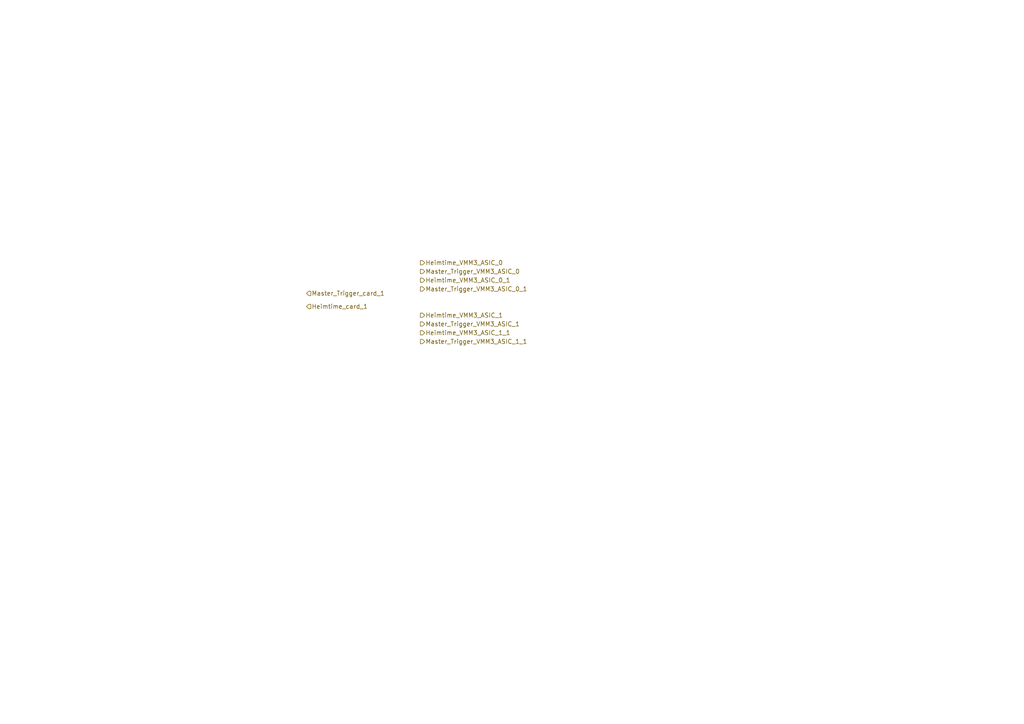
<source format=kicad_sch>
(kicad_sch
	(version 20250114)
	(generator "eeschema")
	(generator_version "9.0")
	(uuid "2bc5900b-617c-4377-ba11-de84c71ac1ad")
	(paper "A4")
	(lib_symbols)
	(hierarchical_label "Master_Trigger_VMM3_ASIC_1"
		(shape output)
		(at 121.92 93.98 0)
		(effects
			(font
				(size 1.27 1.27)
			)
			(justify left)
		)
		(uuid "1baaba8b-f96b-4a02-872f-dbce83604b7f")
	)
	(hierarchical_label "Master_Trigger_VMM3_ASIC_0"
		(shape output)
		(at 121.92 78.74 0)
		(effects
			(font
				(size 1.27 1.27)
			)
			(justify left)
		)
		(uuid "48f8d8f3-3072-49c1-a44b-6cd760152abc")
	)
	(hierarchical_label "Heimtime_VMM3_ASIC_0"
		(shape output)
		(at 121.92 76.2 0)
		(effects
			(font
				(size 1.27 1.27)
			)
			(justify left)
		)
		(uuid "62d3ac59-8243-4341-86c8-65e24115d6d1")
	)
	(hierarchical_label "Master_Trigger_VMM3_ASIC_0_1"
		(shape output)
		(at 121.92 83.82 0)
		(effects
			(font
				(size 1.27 1.27)
			)
			(justify left)
		)
		(uuid "67b86b6d-48d1-46be-ae4f-0dd6273e7ef3")
	)
	(hierarchical_label "Heimtime_VMM3_ASIC_0_1"
		(shape output)
		(at 121.92 81.28 0)
		(effects
			(font
				(size 1.27 1.27)
			)
			(justify left)
		)
		(uuid "75ae1344-f3fa-4d65-bef2-20f4305ff9e7")
	)
	(hierarchical_label "Heimtime_VMM3_ASIC_1_1"
		(shape output)
		(at 121.92 96.52 0)
		(effects
			(font
				(size 1.27 1.27)
			)
			(justify left)
		)
		(uuid "93ac16a7-ccb7-4b9e-93ed-c033901eb1c9")
	)
	(hierarchical_label "Heimtime_VMM3_ASIC_1"
		(shape output)
		(at 121.92 91.44 0)
		(effects
			(font
				(size 1.27 1.27)
			)
			(justify left)
		)
		(uuid "957cf523-56ad-4ccc-908a-4db3aca8595d")
	)
	(hierarchical_label "Heimtime_card_1"
		(shape input)
		(at 88.9 88.9 0)
		(effects
			(font
				(size 1.27 1.27)
			)
			(justify left)
		)
		(uuid "a64123ba-31ea-4357-a0bf-ae158ac3b2af")
	)
	(hierarchical_label "Master_Trigger_card_1"
		(shape input)
		(at 88.9 85.09 0)
		(effects
			(font
				(size 1.27 1.27)
			)
			(justify left)
		)
		(uuid "b43c9dbf-d817-460f-9640-f27da6036e43")
	)
	(hierarchical_label "Master_Trigger_VMM3_ASIC_1_1"
		(shape output)
		(at 121.92 99.06 0)
		(effects
			(font
				(size 1.27 1.27)
			)
			(justify left)
		)
		(uuid "e75e079f-7b25-4138-b7da-faa46405c7d8")
	)
)

</source>
